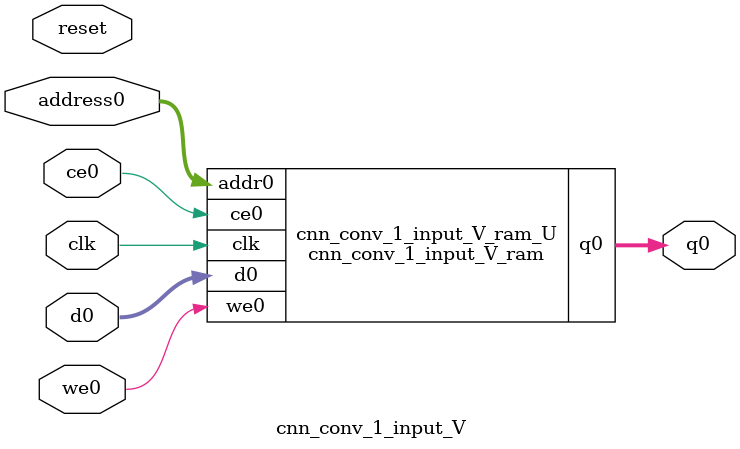
<source format=v>
`timescale 1 ns / 1 ps
module cnn_conv_1_input_V_ram (addr0, ce0, d0, we0, q0,  clk);

parameter DWIDTH = 15;
parameter AWIDTH = 10;
parameter MEM_SIZE = 784;

input[AWIDTH-1:0] addr0;
input ce0;
input[DWIDTH-1:0] d0;
input we0;
output reg[DWIDTH-1:0] q0;
input clk;

(* ram_style = "block" *)reg [DWIDTH-1:0] ram[0:MEM_SIZE-1];




always @(posedge clk)  
begin 
    if (ce0) 
    begin
        if (we0) 
        begin 
            ram[addr0] <= d0; 
        end 
        q0 <= ram[addr0];
    end
end


endmodule

`timescale 1 ns / 1 ps
module cnn_conv_1_input_V(
    reset,
    clk,
    address0,
    ce0,
    we0,
    d0,
    q0);

parameter DataWidth = 32'd15;
parameter AddressRange = 32'd784;
parameter AddressWidth = 32'd10;
input reset;
input clk;
input[AddressWidth - 1:0] address0;
input ce0;
input we0;
input[DataWidth - 1:0] d0;
output[DataWidth - 1:0] q0;



cnn_conv_1_input_V_ram cnn_conv_1_input_V_ram_U(
    .clk( clk ),
    .addr0( address0 ),
    .ce0( ce0 ),
    .we0( we0 ),
    .d0( d0 ),
    .q0( q0 ));

endmodule


</source>
